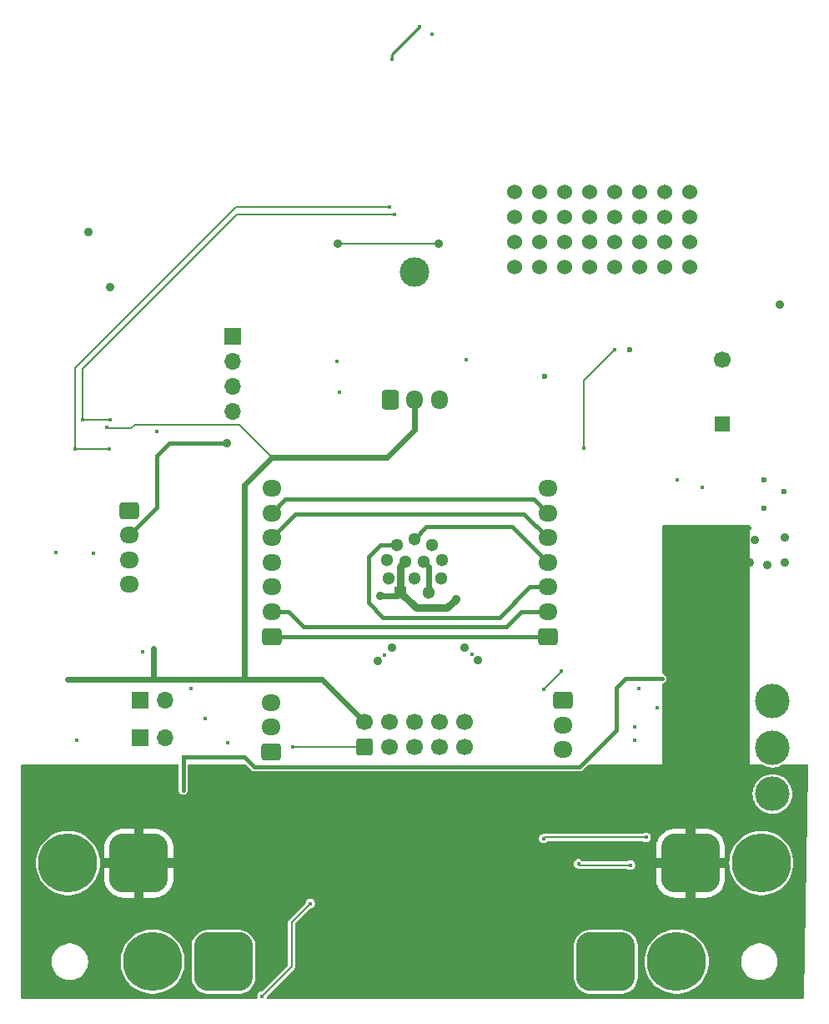
<source format=gbr>
%TF.GenerationSoftware,KiCad,Pcbnew,8.0.1*%
%TF.CreationDate,2024-07-04T14:23:12+02:00*%
%TF.ProjectId,Robuoy-Sub,526f6275-6f79-42d5-9375-622e6b696361,rev?*%
%TF.SameCoordinates,Original*%
%TF.FileFunction,Copper,L4,Bot*%
%TF.FilePolarity,Positive*%
%FSLAX46Y46*%
G04 Gerber Fmt 4.6, Leading zero omitted, Abs format (unit mm)*
G04 Created by KiCad (PCBNEW 8.0.1) date 2024-07-04 14:23:12*
%MOMM*%
%LPD*%
G01*
G04 APERTURE LIST*
G04 Aperture macros list*
%AMRoundRect*
0 Rectangle with rounded corners*
0 $1 Rounding radius*
0 $2 $3 $4 $5 $6 $7 $8 $9 X,Y pos of 4 corners*
0 Add a 4 corners polygon primitive as box body*
4,1,4,$2,$3,$4,$5,$6,$7,$8,$9,$2,$3,0*
0 Add four circle primitives for the rounded corners*
1,1,$1+$1,$2,$3*
1,1,$1+$1,$4,$5*
1,1,$1+$1,$6,$7*
1,1,$1+$1,$8,$9*
0 Add four rect primitives between the rounded corners*
20,1,$1+$1,$2,$3,$4,$5,0*
20,1,$1+$1,$4,$5,$6,$7,0*
20,1,$1+$1,$6,$7,$8,$9,0*
20,1,$1+$1,$8,$9,$2,$3,0*%
G04 Aperture macros list end*
%TA.AperFunction,ComponentPad*%
%ADD10RoundRect,1.500000X1.500000X1.500000X-1.500000X1.500000X-1.500000X-1.500000X1.500000X-1.500000X0*%
%TD*%
%TA.AperFunction,ComponentPad*%
%ADD11C,6.000000*%
%TD*%
%TA.AperFunction,ComponentPad*%
%ADD12RoundRect,0.250000X0.600000X-0.600000X0.600000X0.600000X-0.600000X0.600000X-0.600000X-0.600000X0*%
%TD*%
%TA.AperFunction,ComponentPad*%
%ADD13C,1.700000*%
%TD*%
%TA.AperFunction,ComponentPad*%
%ADD14RoundRect,0.250000X0.725000X-0.600000X0.725000X0.600000X-0.725000X0.600000X-0.725000X-0.600000X0*%
%TD*%
%TA.AperFunction,ComponentPad*%
%ADD15O,1.950000X1.700000*%
%TD*%
%TA.AperFunction,ComponentPad*%
%ADD16R,1.700000X1.700000*%
%TD*%
%TA.AperFunction,ComponentPad*%
%ADD17O,1.700000X1.700000*%
%TD*%
%TA.AperFunction,ComponentPad*%
%ADD18C,3.000000*%
%TD*%
%TA.AperFunction,ComponentPad*%
%ADD19R,1.300000X1.300000*%
%TD*%
%TA.AperFunction,ComponentPad*%
%ADD20C,1.300000*%
%TD*%
%TA.AperFunction,ComponentPad*%
%ADD21C,1.524000*%
%TD*%
%TA.AperFunction,ComponentPad*%
%ADD22RoundRect,1.500000X-1.500000X-1.500000X1.500000X-1.500000X1.500000X1.500000X-1.500000X1.500000X0*%
%TD*%
%TA.AperFunction,ComponentPad*%
%ADD23RoundRect,0.250000X-0.725000X0.600000X-0.725000X-0.600000X0.725000X-0.600000X0.725000X0.600000X0*%
%TD*%
%TA.AperFunction,ComponentPad*%
%ADD24C,3.500000*%
%TD*%
%TA.AperFunction,ComponentPad*%
%ADD25R,1.650000X1.650000*%
%TD*%
%TA.AperFunction,HeatsinkPad*%
%ADD26C,0.500000*%
%TD*%
%TA.AperFunction,HeatsinkPad*%
%ADD27R,3.200000X2.400000*%
%TD*%
%TA.AperFunction,ComponentPad*%
%ADD28RoundRect,0.250000X-0.600000X-0.725000X0.600000X-0.725000X0.600000X0.725000X-0.600000X0.725000X0*%
%TD*%
%TA.AperFunction,ComponentPad*%
%ADD29O,1.700000X1.950000*%
%TD*%
%TA.AperFunction,ViaPad*%
%ADD30C,0.450000*%
%TD*%
%TA.AperFunction,ViaPad*%
%ADD31C,0.900000*%
%TD*%
%TA.AperFunction,ViaPad*%
%ADD32C,0.600000*%
%TD*%
%TA.AperFunction,ViaPad*%
%ADD33C,0.800000*%
%TD*%
%TA.AperFunction,Conductor*%
%ADD34C,0.200000*%
%TD*%
%TA.AperFunction,Conductor*%
%ADD35C,0.600000*%
%TD*%
%TA.AperFunction,Conductor*%
%ADD36C,0.800000*%
%TD*%
%TA.AperFunction,Conductor*%
%ADD37C,0.250000*%
%TD*%
%TA.AperFunction,Conductor*%
%ADD38C,0.127000*%
%TD*%
%TA.AperFunction,Conductor*%
%ADD39C,0.400000*%
%TD*%
G04 APERTURE END LIST*
D10*
%TO.P,J206,1,Pin_1*%
%TO.N,Net-(D205-K)*%
X106410000Y-137890000D03*
D11*
%TO.P,J206,2,Pin_2*%
%TO.N,Vbatt*%
X99210000Y-137890000D03*
%TD*%
D12*
%TO.P,J101,1,Pin_1*%
%TO.N,EN*%
X120730000Y-116142500D03*
D13*
%TO.P,J101,2,Pin_2*%
%TO.N,+3.3V*%
X120730000Y-113602500D03*
%TO.P,J101,3,Pin_3*%
%TO.N,TX*%
X123270000Y-116142500D03*
%TO.P,J101,4,Pin_4*%
%TO.N,GND*%
X123270000Y-113602500D03*
%TO.P,J101,5,Pin_5*%
%TO.N,RX*%
X125810000Y-116142500D03*
%TO.P,J101,6,Pin_6*%
%TO.N,DR0*%
X125810000Y-113602500D03*
%TO.P,J101,7,Pin_7*%
%TO.N,MTMS*%
X128350000Y-116142500D03*
%TO.P,J101,8,Pin_8*%
%TO.N,MTCK*%
X128350000Y-113602500D03*
%TO.P,J101,9,Pin_9*%
%TO.N,MTDO*%
X130890000Y-116142500D03*
%TO.P,J101,10,Pin_10*%
%TO.N,MTDI*%
X130890000Y-113602500D03*
%TD*%
D14*
%TO.P,J104,1,Pin_1*%
%TO.N,Net-(J104-Pin_1)*%
X111210000Y-116590000D03*
D15*
%TO.P,J104,2,Pin_2*%
%TO.N,Net-(J104-Pin_2)*%
X111210000Y-114090000D03*
%TO.P,J104,3,Pin_3*%
%TO.N,Net-(J104-Pin_3)*%
X111210000Y-111590000D03*
%TD*%
D16*
%TO.P,SW102,1,1*%
%TO.N,GND*%
X97910000Y-115162000D03*
D17*
%TO.P,SW102,2,2*%
%TO.N,EN*%
X100450000Y-115162000D03*
%TD*%
D18*
%TO.P,TP206,1,1*%
%TO.N,GND*%
X125810000Y-67890000D03*
%TD*%
D19*
%TO.P,J204,1,Pin_1*%
%TO.N,GND*%
X124382000Y-100414000D03*
D20*
%TO.P,J204,2,Pin_2*%
%TO.N,Vbatt*%
X127238000Y-100414000D03*
%TO.P,J204,3,Pin_3*%
%TO.N,Net-(J202-Pin_7)*%
X128482000Y-99017000D03*
%TO.P,J204,4,Pin_4*%
%TO.N,Net-(J202-Pin_6)*%
X128614000Y-97152000D03*
%TO.P,J204,5,Pin_5*%
%TO.N,Net-(J202-Pin_5)*%
X127580000Y-95593000D03*
%TO.P,J204,6,Pin_6*%
%TO.N,Net-(J202-Pin_4)*%
X125810000Y-94990000D03*
%TO.P,J204,7,Pin_7*%
%TO.N,Net-(J202-Pin_3)*%
X124040000Y-95593000D03*
%TO.P,J204,8,Pin_8*%
%TO.N,Net-(J202-Pin_2)*%
X123006000Y-97152000D03*
%TO.P,J204,9,Pin_9*%
%TO.N,Net-(J202-Pin_1)*%
X123138000Y-99017000D03*
%TO.P,J204,10,Pin_10*%
%TO.N,+VSW*%
X125810000Y-98990000D03*
%TO.P,J204,11,Pin_11*%
%TO.N,Vbatt*%
X126763000Y-97340000D03*
%TO.P,J204,12,Pin_12*%
%TO.N,GND*%
X124857000Y-97340000D03*
%TD*%
D16*
%TO.P,J103,1,Pin_1*%
%TO.N,Net-(J103-Pin_1)*%
X107335000Y-74490000D03*
D17*
%TO.P,J103,2,Pin_2*%
%TO.N,Net-(J103-Pin_2)*%
X107335000Y-77030000D03*
%TO.P,J103,3,Pin_3*%
%TO.N,/CPU/Vext*%
X107335000Y-79570000D03*
%TO.P,J103,4,Pin_4*%
%TO.N,GND*%
X107335000Y-82110000D03*
%TD*%
D14*
%TO.P,J202,1,Pin_1*%
%TO.N,Net-(J202-Pin_1)*%
X111310000Y-104890000D03*
D15*
%TO.P,J202,2,Pin_2*%
%TO.N,Net-(J202-Pin_2)*%
X111310000Y-102390000D03*
%TO.P,J202,3,Pin_3*%
%TO.N,Net-(J202-Pin_3)*%
X111310000Y-99890000D03*
%TO.P,J202,4,Pin_4*%
%TO.N,Net-(J202-Pin_4)*%
X111310000Y-97390000D03*
%TO.P,J202,5,Pin_5*%
%TO.N,Net-(J202-Pin_5)*%
X111310000Y-94890000D03*
%TO.P,J202,6,Pin_6*%
%TO.N,Net-(J202-Pin_6)*%
X111310000Y-92390000D03*
%TO.P,J202,7,Pin_7*%
%TO.N,Net-(J202-Pin_7)*%
X111310000Y-89890000D03*
%TD*%
D21*
%TO.P,TP301,1,1*%
%TO.N,unconnected-(TP301-Pad1)*%
X135970000Y-59790000D03*
%TO.P,TP301,2*%
%TO.N,N/C*%
X138510000Y-59790000D03*
%TO.P,TP301,3*%
X141050000Y-59790000D03*
%TO.P,TP301,4*%
X143590000Y-59790000D03*
%TO.P,TP301,5*%
X135970000Y-62330000D03*
%TO.P,TP301,6*%
X138510000Y-62330000D03*
%TO.P,TP301,7*%
X141050000Y-62330000D03*
%TO.P,TP301,8*%
X143590000Y-62330000D03*
%TO.P,TP301,9*%
X135970000Y-64870000D03*
%TO.P,TP301,10*%
X138510000Y-64870000D03*
%TO.P,TP301,11*%
X141050000Y-64870000D03*
%TO.P,TP301,12*%
X143590000Y-64870000D03*
%TO.P,TP301,13*%
X135970000Y-67410000D03*
%TO.P,TP301,14*%
X138510000Y-67410000D03*
%TO.P,TP301,15*%
X141050000Y-67410000D03*
%TO.P,TP301,16*%
X143590000Y-67410000D03*
%TD*%
D22*
%TO.P,J205,1,Pin_1*%
%TO.N,GND*%
X153810000Y-127890000D03*
D11*
%TO.P,J205,2,Pin_2*%
%TO.N,Vbatt*%
X161010000Y-127890000D03*
%TD*%
D23*
%TO.P,J105,1,Pin_1*%
%TO.N,Net-(J105-Pin_1)*%
X140835000Y-111390000D03*
D15*
%TO.P,J105,2,Pin_2*%
%TO.N,Net-(J105-Pin_2)*%
X140835000Y-113890000D03*
%TO.P,J105,3,Pin_3*%
%TO.N,Net-(J105-Pin_3)*%
X140835000Y-116390000D03*
%TD*%
D24*
%TO.P,SW201,1*%
%TO.N,Vbatt*%
X162132000Y-120878000D03*
%TO.P,SW201,2*%
%TO.N,+VSW*%
X162132000Y-116178000D03*
%TO.P,SW201,3*%
%TO.N,unconnected-(SW201-Pad3)*%
X162132000Y-111478000D03*
%TD*%
D14*
%TO.P,J203,1,Pin_1*%
%TO.N,Net-(J202-Pin_1)*%
X139310000Y-104890000D03*
D15*
%TO.P,J203,2,Pin_2*%
%TO.N,Net-(J202-Pin_2)*%
X139310000Y-102390000D03*
%TO.P,J203,3,Pin_3*%
%TO.N,Net-(J202-Pin_3)*%
X139310000Y-99890000D03*
%TO.P,J203,4,Pin_4*%
%TO.N,Net-(J202-Pin_4)*%
X139310000Y-97390000D03*
%TO.P,J203,5,Pin_5*%
%TO.N,Net-(J202-Pin_5)*%
X139310000Y-94890000D03*
%TO.P,J203,6,Pin_6*%
%TO.N,Net-(J202-Pin_6)*%
X139310000Y-92390000D03*
%TO.P,J203,7,Pin_7*%
%TO.N,Net-(J202-Pin_7)*%
X139310000Y-89890000D03*
%TD*%
D10*
%TO.P,J201,1,Pin_1*%
%TO.N,GND*%
X97810000Y-127890000D03*
D11*
%TO.P,J201,2,Pin_2*%
%TO.N,Vbatt*%
X90610000Y-127890000D03*
%TD*%
D23*
%TO.P,J106,1,Pin_1*%
%TO.N,GND*%
X96810000Y-92128000D03*
D15*
%TO.P,J106,2,Pin_2*%
%TO.N,+5V*%
X96810000Y-94628000D03*
%TO.P,J106,3,Pin_3*%
%TO.N,/CPU/SCL*%
X96810000Y-97128000D03*
%TO.P,J106,4,Pin_4*%
%TO.N,/CPU/SDA*%
X96810000Y-99628000D03*
%TD*%
D25*
%TO.P,BZ101,1,+*%
%TO.N,+5V*%
X157036000Y-83360000D03*
D13*
%TO.P,BZ101,2,-*%
%TO.N,Net-(BZ101--)*%
X157036000Y-76860000D03*
%TD*%
D26*
%TO.P,U201,9,PAD*%
%TO.N,GND*%
X155608000Y-103706000D03*
X154258000Y-103706000D03*
X152908000Y-103706000D03*
D27*
X154258000Y-104656000D03*
D26*
X155608000Y-105606000D03*
X154258000Y-105606000D03*
X152908000Y-105606000D03*
%TD*%
D21*
%TO.P,TP302,1,1*%
%TO.N,unconnected-(TP302-Pad1)*%
X146130000Y-59790000D03*
%TO.P,TP302,2*%
%TO.N,N/C*%
X148670000Y-59790000D03*
%TO.P,TP302,3*%
X151210000Y-59790000D03*
%TO.P,TP302,4*%
X153750000Y-59790000D03*
%TO.P,TP302,5*%
X146130000Y-62330000D03*
%TO.P,TP302,6*%
X148670000Y-62330000D03*
%TO.P,TP302,7*%
X151210000Y-62330000D03*
%TO.P,TP302,8*%
X153750000Y-62330000D03*
%TO.P,TP302,9*%
X146130000Y-64870000D03*
%TO.P,TP302,10*%
X148670000Y-64870000D03*
%TO.P,TP302,11*%
X151210000Y-64870000D03*
%TO.P,TP302,12*%
X153750000Y-64870000D03*
%TO.P,TP302,13*%
X146130000Y-67410000D03*
%TO.P,TP302,14*%
X148670000Y-67410000D03*
%TO.P,TP302,15*%
X151210000Y-67410000D03*
%TO.P,TP302,16*%
X153750000Y-67410000D03*
%TD*%
D22*
%TO.P,J207,1,Pin_1*%
%TO.N,Net-(D206-K)*%
X145210000Y-137890000D03*
D11*
%TO.P,J207,2,Pin_2*%
%TO.N,Vbatt*%
X152410000Y-137890000D03*
%TD*%
D28*
%TO.P,J102,1,Pin_1*%
%TO.N,Net-(J102-Pin_1)*%
X123310000Y-80872000D03*
D29*
%TO.P,J102,2,Pin_2*%
%TO.N,+3.3V*%
X125810000Y-80872000D03*
%TO.P,J102,3,Pin_3*%
%TO.N,Net-(J102-Pin_3)*%
X128310000Y-80872000D03*
%TD*%
D16*
%TO.P,SW101,1,1*%
%TO.N,GND*%
X97910000Y-111334000D03*
D17*
%TO.P,SW101,2,2*%
%TO.N,DR0*%
X100450000Y-111334000D03*
%TD*%
D30*
%TO.N,+3.3V*%
X94568000Y-83666000D03*
X99310000Y-106090000D03*
D31*
X161624000Y-97636000D03*
D30*
X90610000Y-109230000D03*
X114790002Y-109230000D03*
%TO.N,GND*%
X147810000Y-119690000D03*
X138285000Y-119115000D03*
X164560000Y-140890000D03*
D32*
X154010000Y-96890000D03*
D30*
X127588000Y-43788000D03*
X111659999Y-127990630D03*
D32*
X156110000Y-119890000D03*
D31*
X160354000Y-95096000D03*
X163402000Y-97382000D03*
D30*
X118210000Y-80090000D03*
D31*
X92710000Y-63890000D03*
X149560000Y-130640000D03*
D30*
X140510000Y-131190000D03*
X138002000Y-124560000D03*
X142210000Y-119890000D03*
D32*
X151510000Y-117490000D03*
X151510000Y-115190000D03*
X161310000Y-88990000D03*
D30*
X156810000Y-96390000D03*
X152060000Y-104640000D03*
D32*
X163310000Y-90190000D03*
D31*
X140542000Y-128878000D03*
X130010000Y-101090000D03*
D32*
X154410000Y-97490000D03*
D31*
X140910000Y-132290000D03*
D30*
X148610000Y-110190000D03*
D31*
X118610000Y-141190000D03*
X124310000Y-131490000D03*
D30*
X93210000Y-96490000D03*
D31*
X115510000Y-141190000D03*
D32*
X151510000Y-119690000D03*
X139010000Y-78490000D03*
D31*
X141010000Y-138290000D03*
D30*
X153510000Y-99090000D03*
X106810000Y-115690000D03*
D31*
X122311041Y-100788959D03*
D30*
X86810000Y-120140000D03*
D31*
X111150000Y-130450000D03*
D30*
X155510000Y-112190000D03*
D31*
X113560000Y-139640000D03*
X162893997Y-71220003D03*
D32*
X161310000Y-91890000D03*
D30*
X126318000Y-43026000D03*
X89410000Y-96390000D03*
X148110000Y-115390000D03*
X91520000Y-115416000D03*
D32*
X147610000Y-75790000D03*
D30*
X152480000Y-89000000D03*
D31*
X149560000Y-126890000D03*
D30*
X156560000Y-104640000D03*
D31*
X142320000Y-133704000D03*
D30*
X159810000Y-93890000D03*
D31*
X140510000Y-127690000D03*
D30*
X149310000Y-134390000D03*
X98212322Y-106432223D03*
D31*
X124310000Y-136190000D03*
D30*
X117910000Y-76990000D03*
X122310000Y-128640000D03*
D31*
X149686000Y-128390000D03*
D33*
X102560000Y-128890000D03*
D30*
X159310000Y-106640000D03*
X148110000Y-114090000D03*
D31*
X129010000Y-131490000D03*
X140310000Y-130190000D03*
D30*
X104510000Y-113190000D03*
X99610000Y-84100000D03*
D31*
X126710000Y-133790000D03*
D30*
X143110000Y-119990000D03*
X111810000Y-129590000D03*
X93210000Y-118210000D03*
D31*
X129010000Y-136190000D03*
D30*
X111710000Y-125990000D03*
X163810000Y-118640000D03*
X86810000Y-140640000D03*
X140110000Y-140590000D03*
X157060000Y-113140000D03*
D31*
X132871200Y-141171600D03*
X163402000Y-94842000D03*
D30*
X158810000Y-114890000D03*
X111810000Y-131190000D03*
D33*
X102310000Y-132390000D03*
D30*
X150410000Y-112090000D03*
X123524000Y-46328000D03*
X131310000Y-128390000D03*
D31*
X111210000Y-126950000D03*
X94910000Y-69490000D03*
D30*
X111220000Y-124530000D03*
X131560000Y-140390000D03*
X163810000Y-124390000D03*
X131010000Y-76790000D03*
X158560000Y-108640000D03*
X159310000Y-102890000D03*
X155020000Y-89762000D03*
X103110000Y-110190000D03*
D31*
X159846000Y-97382000D03*
X131510000Y-125190000D03*
D30*
X121560000Y-140140000D03*
D31*
%TO.N,+5V*%
X106710000Y-85290000D03*
D30*
X102310000Y-117090000D03*
X102310000Y-120470000D03*
X150910000Y-109190000D03*
X146310000Y-111965000D03*
%TO.N,EN*%
X113410000Y-116090012D03*
D31*
%TO.N,Vbatt*%
X132210000Y-107290000D03*
X122110000Y-107390000D03*
D30*
X131610000Y-106690000D03*
D31*
X123510000Y-105990000D03*
D30*
X122710000Y-106790000D03*
D31*
X130910000Y-105990000D03*
D30*
%TO.N,LEDS*%
X115210000Y-131990000D03*
X110310000Y-141390000D03*
D31*
%TO.N,Net-(D104-DOUT)*%
X118010000Y-65090000D03*
X128210000Y-65090000D03*
D30*
%TO.N,/CPU/SCL*%
X94810000Y-85890000D03*
X91310010Y-85890000D03*
X123270000Y-61314000D03*
%TO.N,/CPU/SDA*%
X123778000Y-62076000D03*
X94899430Y-82879430D03*
X92110000Y-82890000D03*
%TO.N,Net-(Q202-G)*%
X142439724Y-127960276D03*
X147710000Y-128090000D03*
%TO.N,BUZZER*%
X143010000Y-85790000D03*
X146110000Y-75842800D03*
X140700002Y-108430000D03*
X138910000Y-110290000D03*
%TO.N,/CPU/Vsamp*%
X149310000Y-125290000D03*
X138910000Y-125390000D03*
%TD*%
D34*
%TO.N,+3.3V*%
X108010000Y-83390000D02*
X111310000Y-86690000D01*
X105680000Y-83390000D02*
X108010000Y-83390000D01*
X97410000Y-83390000D02*
X105680000Y-83390000D01*
X97010000Y-83790000D02*
X97410000Y-83390000D01*
X94692000Y-83790000D02*
X97010000Y-83790000D01*
X94568000Y-83666000D02*
X94692000Y-83790000D01*
D35*
X108510000Y-89490000D02*
X108510000Y-105290000D01*
X125810000Y-83890000D02*
X123010000Y-86690000D01*
X108510000Y-105290000D02*
X108510000Y-109230000D01*
X108510000Y-109230000D02*
X100050000Y-109230000D01*
X120730000Y-113602500D02*
X116357500Y-109230000D01*
X108510000Y-109230000D02*
X114790002Y-109230000D01*
X116357500Y-109230000D02*
X114790002Y-109230000D01*
X111310000Y-86690000D02*
X108510000Y-89490000D01*
X125810000Y-80872000D02*
X125810000Y-83890000D01*
X99970000Y-109230000D02*
X90610000Y-109230000D01*
X123010000Y-86690000D02*
X111310000Y-86690000D01*
X99310000Y-109190000D02*
X99310000Y-106090000D01*
D36*
%TO.N,GND*%
X124382000Y-100414000D02*
X125958000Y-101990000D01*
X124857000Y-97340000D02*
X124388000Y-97809000D01*
D37*
X123524000Y-45820000D02*
X123524000Y-46328000D01*
D35*
X122312082Y-100790000D02*
X122311041Y-100788959D01*
D36*
X124388000Y-100408000D02*
X124382000Y-100414000D01*
X125958000Y-101990000D02*
X129110000Y-101990000D01*
D35*
X124006000Y-100790000D02*
X122312082Y-100790000D01*
X124382000Y-100414000D02*
X124006000Y-100790000D01*
D36*
X129110000Y-101990000D02*
X130010000Y-101090000D01*
D37*
X126318000Y-43026000D02*
X123524000Y-45820000D01*
D38*
X124857000Y-97340000D02*
X124495115Y-97340000D01*
D36*
X124388000Y-97809000D02*
X124388000Y-100408000D01*
D39*
%TO.N,+5V*%
X99610000Y-86590000D02*
X99610000Y-91828000D01*
X146310000Y-110113280D02*
X146310000Y-111965000D01*
X147233280Y-109190000D02*
X146310000Y-110113280D01*
X99610000Y-91828000D02*
X96810000Y-94628000D01*
X102310000Y-117090000D02*
X108510000Y-117090000D01*
X100910000Y-85290000D02*
X99610000Y-86590000D01*
X109560000Y-118140000D02*
X142560000Y-118140000D01*
X106710000Y-85290000D02*
X100910000Y-85290000D01*
X108510000Y-117090000D02*
X109560000Y-118140000D01*
X150910000Y-109190000D02*
X147233280Y-109190000D01*
X142560000Y-118140000D02*
X146310000Y-114390000D01*
X146310000Y-114390000D02*
X146310000Y-111965000D01*
X102310000Y-117090000D02*
X102310000Y-120470000D01*
D34*
%TO.N,EN*%
X113462488Y-116142500D02*
X113410000Y-116090012D01*
X120730000Y-116142500D02*
X113462488Y-116142500D01*
D35*
%TO.N,Vbatt*%
X127238000Y-97815000D02*
X127238000Y-100414000D01*
X126763000Y-97340000D02*
X127238000Y-97815000D01*
D34*
%TO.N,LEDS*%
X113310000Y-138390000D02*
X113310000Y-133890000D01*
X110310000Y-141390000D02*
X113310000Y-138390000D01*
X113310000Y-133890000D02*
X115210000Y-131990000D01*
%TO.N,Net-(D104-DOUT)*%
X118010000Y-65090000D02*
X128210000Y-65090000D01*
%TO.N,/CPU/SCL*%
X91310000Y-77690000D02*
X91310000Y-85889990D01*
X91310000Y-85889990D02*
X91310010Y-85890000D01*
X94810000Y-85890000D02*
X91310010Y-85890000D01*
X123270000Y-61314000D02*
X107686000Y-61314000D01*
X107686000Y-61314000D02*
X91310000Y-77690000D01*
%TO.N,/CPU/SDA*%
X92110000Y-82890000D02*
X94888860Y-82890000D01*
X94888860Y-82890000D02*
X94899430Y-82879430D01*
X123778000Y-62076000D02*
X107776000Y-62076000D01*
X92110000Y-77742000D02*
X92110000Y-82890000D01*
X107776000Y-62076000D02*
X92110000Y-77742000D01*
%TO.N,Net-(Q202-G)*%
X142569448Y-128090000D02*
X142439724Y-127960276D01*
X147710000Y-128090000D02*
X142569448Y-128090000D01*
D39*
%TO.N,Net-(J202-Pin_5)*%
X136910000Y-92490000D02*
X139310000Y-94890000D01*
X111310000Y-94890000D02*
X113710000Y-92490000D01*
X113710000Y-92490000D02*
X136910000Y-92490000D01*
%TO.N,Net-(J202-Pin_3)*%
X121110000Y-101490000D02*
X122610000Y-102990000D01*
X137510000Y-99890000D02*
X139310000Y-99890000D01*
X121110000Y-96790000D02*
X121110000Y-101490000D01*
X124040000Y-95593000D02*
X122307000Y-95593000D01*
X134410000Y-102990000D02*
X137510000Y-99890000D01*
X122307000Y-95593000D02*
X121110000Y-96790000D01*
X122610000Y-102990000D02*
X134410000Y-102990000D01*
%TO.N,Net-(J202-Pin_2)*%
X111310000Y-102390000D02*
X113010000Y-102390000D01*
X136610000Y-102390000D02*
X139310000Y-102390000D01*
X135110000Y-103890000D02*
X136610000Y-102390000D01*
X113010000Y-102390000D02*
X114510000Y-103890000D01*
X114510000Y-103890000D02*
X135110000Y-103890000D01*
%TO.N,Net-(J202-Pin_1)*%
X111310000Y-104890000D02*
X139310000Y-104890000D01*
%TO.N,Net-(J202-Pin_6)*%
X137910000Y-90990000D02*
X112710000Y-90990000D01*
X112710000Y-90990000D02*
X111310000Y-92390000D01*
X139310000Y-92390000D02*
X137910000Y-90990000D01*
%TO.N,Net-(J202-Pin_4)*%
X135710000Y-93790000D02*
X139310000Y-97390000D01*
X127010000Y-93790000D02*
X125810000Y-94990000D01*
X135710000Y-93790000D02*
X127010000Y-93790000D01*
D34*
%TO.N,BUZZER*%
X143010000Y-78942800D02*
X146110000Y-75842800D01*
X143010000Y-85790000D02*
X143010000Y-78942800D01*
X138910000Y-110290000D02*
X140700002Y-108499998D01*
X140700002Y-108499998D02*
X140700002Y-108430000D01*
%TO.N,/CPU/Vsamp*%
X139010000Y-125290000D02*
X149310000Y-125290000D01*
X138910000Y-125390000D02*
X139010000Y-125290000D01*
%TD*%
%TA.AperFunction,Conductor*%
%TO.N,GND*%
G36*
X101802539Y-117909685D02*
G01*
X101848294Y-117962489D01*
X101859500Y-118014000D01*
X101859500Y-120284841D01*
X101850578Y-120325856D01*
X101851568Y-120326147D01*
X101849068Y-120334658D01*
X101829610Y-120470000D01*
X101849068Y-120605337D01*
X101849070Y-120605345D01*
X101905867Y-120729714D01*
X101905872Y-120729721D01*
X101995409Y-120833053D01*
X101995413Y-120833057D01*
X102055979Y-120871979D01*
X102110439Y-120906978D01*
X102176036Y-120926239D01*
X102241632Y-120945500D01*
X102241633Y-120945500D01*
X102378367Y-120945500D01*
X102509561Y-120906978D01*
X102554651Y-120878001D01*
X160126390Y-120878001D01*
X160146804Y-121163433D01*
X160207628Y-121443037D01*
X160307635Y-121711166D01*
X160444770Y-121962309D01*
X160444775Y-121962317D01*
X160616254Y-122191387D01*
X160616270Y-122191405D01*
X160818594Y-122393729D01*
X160818612Y-122393745D01*
X161047682Y-122565224D01*
X161047690Y-122565229D01*
X161298833Y-122702364D01*
X161298832Y-122702364D01*
X161298836Y-122702365D01*
X161298839Y-122702367D01*
X161566954Y-122802369D01*
X161566960Y-122802370D01*
X161566962Y-122802371D01*
X161846566Y-122863195D01*
X161846568Y-122863195D01*
X161846572Y-122863196D01*
X162100220Y-122881337D01*
X162131999Y-122883610D01*
X162132000Y-122883610D01*
X162132001Y-122883610D01*
X162160595Y-122881564D01*
X162417428Y-122863196D01*
X162697046Y-122802369D01*
X162965161Y-122702367D01*
X163216315Y-122565226D01*
X163445395Y-122393739D01*
X163647739Y-122191395D01*
X163819226Y-121962315D01*
X163956367Y-121711161D01*
X164056369Y-121443046D01*
X164117196Y-121163428D01*
X164137610Y-120878000D01*
X164117196Y-120592572D01*
X164061090Y-120334658D01*
X164056371Y-120312962D01*
X164056370Y-120312960D01*
X164056369Y-120312954D01*
X163956367Y-120044839D01*
X163819226Y-119793685D01*
X163819224Y-119793682D01*
X163647745Y-119564612D01*
X163647729Y-119564594D01*
X163445405Y-119362270D01*
X163445387Y-119362254D01*
X163216317Y-119190775D01*
X163216309Y-119190770D01*
X162965166Y-119053635D01*
X162965167Y-119053635D01*
X162857915Y-119013632D01*
X162697046Y-118953631D01*
X162697043Y-118953630D01*
X162697037Y-118953628D01*
X162417433Y-118892804D01*
X162132001Y-118872390D01*
X162131999Y-118872390D01*
X161846566Y-118892804D01*
X161566962Y-118953628D01*
X161298833Y-119053635D01*
X161047690Y-119190770D01*
X161047682Y-119190775D01*
X160818612Y-119362254D01*
X160818594Y-119362270D01*
X160616270Y-119564594D01*
X160616254Y-119564612D01*
X160444775Y-119793682D01*
X160444770Y-119793690D01*
X160307635Y-120044833D01*
X160207628Y-120312962D01*
X160146804Y-120592566D01*
X160126390Y-120877998D01*
X160126390Y-120878001D01*
X102554651Y-120878001D01*
X102624589Y-120833055D01*
X102714130Y-120729718D01*
X102770931Y-120605342D01*
X102790390Y-120470000D01*
X102770931Y-120334658D01*
X102768432Y-120326147D01*
X102769421Y-120325856D01*
X102760500Y-120284841D01*
X102760500Y-118014000D01*
X102780185Y-117946961D01*
X102832989Y-117901206D01*
X102884500Y-117890000D01*
X108621535Y-117890000D01*
X108688574Y-117909685D01*
X108709216Y-117926319D01*
X109283386Y-118500489D01*
X109386113Y-118559799D01*
X109410321Y-118566284D01*
X109410324Y-118566286D01*
X109410325Y-118566286D01*
X109440447Y-118574357D01*
X109500691Y-118590500D01*
X109500693Y-118590500D01*
X142619308Y-118590500D01*
X142619309Y-118590500D01*
X142709673Y-118566286D01*
X142733887Y-118559799D01*
X142836614Y-118500489D01*
X143410784Y-117926318D01*
X143472107Y-117892834D01*
X143498465Y-117890000D01*
X150956000Y-117890000D01*
X159846000Y-117890000D01*
X161061406Y-117890000D01*
X161120833Y-117905168D01*
X161298833Y-118002364D01*
X161298832Y-118002364D01*
X161298836Y-118002365D01*
X161298839Y-118002367D01*
X161566954Y-118102369D01*
X161566960Y-118102370D01*
X161566962Y-118102371D01*
X161846566Y-118163195D01*
X161846568Y-118163195D01*
X161846572Y-118163196D01*
X162100220Y-118181337D01*
X162131999Y-118183610D01*
X162132000Y-118183610D01*
X162132001Y-118183610D01*
X162160595Y-118181564D01*
X162417428Y-118163196D01*
X162697046Y-118102369D01*
X162965161Y-118002367D01*
X163143167Y-117905168D01*
X163202594Y-117890000D01*
X165675500Y-117890000D01*
X165742539Y-117909685D01*
X165788294Y-117962489D01*
X165799500Y-118014000D01*
X165799500Y-118387422D01*
X165799472Y-118390032D01*
X165314028Y-141448711D01*
X165312556Y-141518610D01*
X165291464Y-141585220D01*
X165237709Y-141629854D01*
X165188583Y-141640000D01*
X110897549Y-141640000D01*
X110830510Y-141620315D01*
X110784755Y-141567511D01*
X110774811Y-141498355D01*
X110774811Y-141498353D01*
X110781948Y-141448709D01*
X110810972Y-141385155D01*
X110816991Y-141378689D01*
X112718292Y-139477389D01*
X141959500Y-139477389D01*
X141965630Y-139586541D01*
X141965631Y-139586554D01*
X142014403Y-139844322D01*
X142014404Y-139844327D01*
X142014405Y-139844332D01*
X142014406Y-139844333D01*
X142101059Y-140091974D01*
X142223654Y-140323933D01*
X142379450Y-140535031D01*
X142564969Y-140720550D01*
X142776067Y-140876346D01*
X143008026Y-140998941D01*
X143255667Y-141085594D01*
X143255671Y-141085594D01*
X143255672Y-141085595D01*
X143255677Y-141085596D01*
X143513445Y-141134368D01*
X143513447Y-141134368D01*
X143513457Y-141134370D01*
X143622608Y-141140500D01*
X143622625Y-141140500D01*
X146797375Y-141140500D01*
X146797392Y-141140500D01*
X146906543Y-141134370D01*
X147164333Y-141085594D01*
X147411974Y-140998941D01*
X147643933Y-140876346D01*
X147855031Y-140720550D01*
X148040550Y-140535031D01*
X148196346Y-140323933D01*
X148318941Y-140091974D01*
X148405594Y-139844333D01*
X148454370Y-139586543D01*
X148460500Y-139477392D01*
X148460500Y-137890002D01*
X149154726Y-137890002D01*
X149173808Y-138241954D01*
X149230833Y-138589793D01*
X149230834Y-138589796D01*
X149325126Y-138929408D01*
X149325127Y-138929410D01*
X149455588Y-139256844D01*
X149455597Y-139256862D01*
X149620695Y-139568269D01*
X149818498Y-139860006D01*
X149818505Y-139860016D01*
X150015533Y-140091974D01*
X150046686Y-140128650D01*
X150302580Y-140371046D01*
X150583182Y-140584354D01*
X150885202Y-140766074D01*
X150885206Y-140766075D01*
X150885210Y-140766078D01*
X151205088Y-140914070D01*
X151205092Y-140914070D01*
X151205099Y-140914074D01*
X151539122Y-141026619D01*
X151883355Y-141102391D01*
X152233763Y-141140500D01*
X152233769Y-141140500D01*
X152586231Y-141140500D01*
X152586237Y-141140500D01*
X152936645Y-141102391D01*
X153280878Y-141026619D01*
X153614901Y-140914074D01*
X153614908Y-140914070D01*
X153614911Y-140914070D01*
X153934789Y-140766078D01*
X153934798Y-140766074D01*
X154236818Y-140584354D01*
X154517420Y-140371046D01*
X154773314Y-140128650D01*
X155001501Y-139860008D01*
X155199305Y-139568269D01*
X155364407Y-139256854D01*
X155494871Y-138929414D01*
X155497404Y-138920293D01*
X155523180Y-138827453D01*
X155589168Y-138589788D01*
X155646191Y-138241957D01*
X155658698Y-138011288D01*
X158959500Y-138011288D01*
X158989867Y-138241957D01*
X158991162Y-138251789D01*
X159022554Y-138368944D01*
X159053947Y-138486104D01*
X159103284Y-138605213D01*
X159146776Y-138710212D01*
X159268064Y-138920289D01*
X159268066Y-138920292D01*
X159268067Y-138920293D01*
X159415733Y-139112736D01*
X159415739Y-139112743D01*
X159587256Y-139284260D01*
X159587262Y-139284265D01*
X159779711Y-139431936D01*
X159989788Y-139553224D01*
X160213900Y-139646054D01*
X160448211Y-139708838D01*
X160628586Y-139732584D01*
X160688711Y-139740500D01*
X160688712Y-139740500D01*
X160931289Y-139740500D01*
X160979388Y-139734167D01*
X161171789Y-139708838D01*
X161406100Y-139646054D01*
X161630212Y-139553224D01*
X161840289Y-139431936D01*
X162032738Y-139284265D01*
X162204265Y-139112738D01*
X162351936Y-138920289D01*
X162473224Y-138710212D01*
X162566054Y-138486100D01*
X162628838Y-138251789D01*
X162660500Y-138011288D01*
X162660500Y-137768712D01*
X162628838Y-137528211D01*
X162566054Y-137293900D01*
X162473224Y-137069788D01*
X162351936Y-136859711D01*
X162204265Y-136667262D01*
X162204260Y-136667256D01*
X162032743Y-136495739D01*
X162032736Y-136495733D01*
X161840293Y-136348067D01*
X161840292Y-136348066D01*
X161840289Y-136348064D01*
X161630212Y-136226776D01*
X161630205Y-136226773D01*
X161406104Y-136133947D01*
X161171785Y-136071161D01*
X160931289Y-136039500D01*
X160931288Y-136039500D01*
X160688712Y-136039500D01*
X160688711Y-136039500D01*
X160448214Y-136071161D01*
X160213895Y-136133947D01*
X159989794Y-136226773D01*
X159989785Y-136226777D01*
X159779706Y-136348067D01*
X159587263Y-136495733D01*
X159587256Y-136495739D01*
X159415739Y-136667256D01*
X159415733Y-136667263D01*
X159268067Y-136859706D01*
X159146777Y-137069785D01*
X159146773Y-137069794D01*
X159053947Y-137293895D01*
X158991161Y-137528214D01*
X158959500Y-137768711D01*
X158959500Y-138011288D01*
X155658698Y-138011288D01*
X155665274Y-137890000D01*
X155646191Y-137538043D01*
X155589168Y-137190212D01*
X155497405Y-136859711D01*
X155494873Y-136850591D01*
X155494872Y-136850589D01*
X155364411Y-136523155D01*
X155364402Y-136523137D01*
X155199305Y-136211731D01*
X155001501Y-135919992D01*
X155001497Y-135919987D01*
X155001494Y-135919983D01*
X154773314Y-135651350D01*
X154517420Y-135408954D01*
X154517413Y-135408948D01*
X154517410Y-135408946D01*
X154236815Y-135195644D01*
X153934802Y-135013928D01*
X153934789Y-135013921D01*
X153614911Y-134865929D01*
X153614906Y-134865928D01*
X153614903Y-134865927D01*
X153614901Y-134865926D01*
X153508432Y-134830052D01*
X153280880Y-134753381D01*
X152936643Y-134677608D01*
X152586238Y-134639500D01*
X152586237Y-134639500D01*
X152233763Y-134639500D01*
X152233761Y-134639500D01*
X151883356Y-134677608D01*
X151539119Y-134753381D01*
X151205093Y-134865928D01*
X151205088Y-134865929D01*
X150885210Y-135013921D01*
X150885197Y-135013928D01*
X150583184Y-135195644D01*
X150302589Y-135408946D01*
X150302580Y-135408954D01*
X150046685Y-135651350D01*
X149818505Y-135919983D01*
X149818498Y-135919993D01*
X149620695Y-136211730D01*
X149455597Y-136523137D01*
X149455588Y-136523155D01*
X149325127Y-136850589D01*
X149325126Y-136850591D01*
X149230834Y-137190203D01*
X149230833Y-137190206D01*
X149173808Y-137538045D01*
X149154726Y-137889997D01*
X149154726Y-137890002D01*
X148460500Y-137890002D01*
X148460500Y-136302608D01*
X148454370Y-136193457D01*
X148405594Y-135935667D01*
X148318941Y-135688026D01*
X148196346Y-135456067D01*
X148040550Y-135244969D01*
X147855031Y-135059450D01*
X147643933Y-134903654D01*
X147643929Y-134903652D01*
X147643928Y-134903651D01*
X147411978Y-134781061D01*
X147411977Y-134781060D01*
X147411974Y-134781059D01*
X147164333Y-134694406D01*
X147164332Y-134694405D01*
X147164327Y-134694404D01*
X147164322Y-134694403D01*
X146906554Y-134645631D01*
X146906544Y-134645630D01*
X146906543Y-134645630D01*
X146797392Y-134639500D01*
X143622608Y-134639500D01*
X143513457Y-134645630D01*
X143513456Y-134645630D01*
X143513445Y-134645631D01*
X143255677Y-134694403D01*
X143255672Y-134694404D01*
X143131846Y-134737732D01*
X143008026Y-134781059D01*
X143008024Y-134781059D01*
X143008021Y-134781061D01*
X142776071Y-134903651D01*
X142564968Y-135059450D01*
X142379450Y-135244968D01*
X142223651Y-135456071D01*
X142101061Y-135688021D01*
X142014404Y-135935672D01*
X142014403Y-135935677D01*
X141965631Y-136193445D01*
X141965630Y-136193458D01*
X141959500Y-136302610D01*
X141959500Y-139477389D01*
X112718292Y-139477389D01*
X113590470Y-138605212D01*
X113636614Y-138525288D01*
X113660500Y-138436143D01*
X113660500Y-138343856D01*
X113660500Y-134086544D01*
X113680185Y-134019505D01*
X113696819Y-133998863D01*
X115193863Y-132501819D01*
X115255186Y-132468334D01*
X115269593Y-132466784D01*
X115269590Y-132466762D01*
X115278367Y-132465500D01*
X115409561Y-132426978D01*
X115524589Y-132353055D01*
X115614130Y-132249718D01*
X115670931Y-132125342D01*
X115690390Y-131990000D01*
X115670931Y-131854658D01*
X115658677Y-131827827D01*
X115614132Y-131730285D01*
X115614127Y-131730278D01*
X115524590Y-131626946D01*
X115524586Y-131626942D01*
X115409559Y-131553021D01*
X115278368Y-131514500D01*
X115278367Y-131514500D01*
X115141633Y-131514500D01*
X115141632Y-131514500D01*
X115010440Y-131553021D01*
X114895413Y-131626942D01*
X114895409Y-131626946D01*
X114805872Y-131730278D01*
X114805869Y-131730283D01*
X114749069Y-131854656D01*
X114749068Y-131854661D01*
X114738050Y-131931290D01*
X114709024Y-131994846D01*
X114702993Y-132001323D01*
X113029531Y-133674786D01*
X113029527Y-133674791D01*
X112983387Y-133754709D01*
X112983386Y-133754712D01*
X112959500Y-133843856D01*
X112959500Y-138193456D01*
X112939815Y-138260495D01*
X112923181Y-138281137D01*
X110326137Y-140878181D01*
X110264814Y-140911666D01*
X110250406Y-140913215D01*
X110250410Y-140913238D01*
X110241632Y-140914499D01*
X110110440Y-140953021D01*
X109995413Y-141026942D01*
X109995409Y-141026946D01*
X109905872Y-141130278D01*
X109905867Y-141130285D01*
X109849070Y-141254654D01*
X109849068Y-141254662D01*
X109829610Y-141389999D01*
X109829610Y-141390000D01*
X109838051Y-141448711D01*
X109845189Y-141498353D01*
X109835245Y-141567511D01*
X109789491Y-141620315D01*
X109722451Y-141640000D01*
X85944500Y-141640000D01*
X85877461Y-141620315D01*
X85831706Y-141567511D01*
X85820500Y-141516000D01*
X85820500Y-138011288D01*
X88959500Y-138011288D01*
X88989867Y-138241957D01*
X88991162Y-138251789D01*
X89022554Y-138368944D01*
X89053947Y-138486104D01*
X89103284Y-138605213D01*
X89146776Y-138710212D01*
X89268064Y-138920289D01*
X89268066Y-138920292D01*
X89268067Y-138920293D01*
X89415733Y-139112736D01*
X89415739Y-139112743D01*
X89587256Y-139284260D01*
X89587262Y-139284265D01*
X89779711Y-139431936D01*
X89989788Y-139553224D01*
X90213900Y-139646054D01*
X90448211Y-139708838D01*
X90628586Y-139732584D01*
X90688711Y-139740500D01*
X90688712Y-139740500D01*
X90931289Y-139740500D01*
X90979388Y-139734167D01*
X91171789Y-139708838D01*
X91406100Y-139646054D01*
X91630212Y-139553224D01*
X91840289Y-139431936D01*
X92032738Y-139284265D01*
X92204265Y-139112738D01*
X92351936Y-138920289D01*
X92473224Y-138710212D01*
X92566054Y-138486100D01*
X92628838Y-138251789D01*
X92660500Y-138011288D01*
X92660500Y-137890002D01*
X95954726Y-137890002D01*
X95973808Y-138241954D01*
X96030833Y-138589793D01*
X96030834Y-138589796D01*
X96125126Y-138929408D01*
X96125127Y-138929410D01*
X96255588Y-139256844D01*
X96255597Y-139256862D01*
X96420695Y-139568269D01*
X96618498Y-139860006D01*
X96618505Y-139860016D01*
X96815533Y-140091974D01*
X96846686Y-140128650D01*
X97102580Y-140371046D01*
X97383182Y-140584354D01*
X97685202Y-140766074D01*
X97685206Y-140766075D01*
X97685210Y-140766078D01*
X98005088Y-140914070D01*
X98005092Y-140914070D01*
X98005099Y-140914074D01*
X98339122Y-141026619D01*
X98683355Y-141102391D01*
X99033763Y-141140500D01*
X99033769Y-141140500D01*
X99386231Y-141140500D01*
X99386237Y-141140500D01*
X99736645Y-141102391D01*
X100080878Y-141026619D01*
X100414901Y-140914074D01*
X100414908Y-140914070D01*
X100414911Y-140914070D01*
X100734789Y-140766078D01*
X100734798Y-140766074D01*
X101036818Y-140584354D01*
X101317420Y-140371046D01*
X101573314Y-140128650D01*
X101801501Y-139860008D01*
X101999305Y-139568269D01*
X102047487Y-139477389D01*
X103159500Y-139477389D01*
X103165630Y-139586541D01*
X103165631Y-139586554D01*
X103214403Y-139844322D01*
X103214404Y-139844327D01*
X103214405Y-139844332D01*
X103214406Y-139844333D01*
X103301059Y-140091974D01*
X103423654Y-140323933D01*
X103579450Y-140535031D01*
X103764969Y-140720550D01*
X103976067Y-140876346D01*
X104208026Y-140998941D01*
X104455667Y-141085594D01*
X104455671Y-141085594D01*
X104455672Y-141085595D01*
X104455677Y-141085596D01*
X104713445Y-141134368D01*
X104713447Y-141134368D01*
X104713457Y-141134370D01*
X104822608Y-141140500D01*
X104822625Y-141140500D01*
X107997375Y-141140500D01*
X107997392Y-141140500D01*
X108106543Y-141134370D01*
X108364333Y-141085594D01*
X108611974Y-140998941D01*
X108843933Y-140876346D01*
X109055031Y-140720550D01*
X109240550Y-140535031D01*
X109396346Y-140323933D01*
X109518941Y-140091974D01*
X109605594Y-139844333D01*
X109654370Y-139586543D01*
X109660500Y-139477392D01*
X109660500Y-136302608D01*
X109654370Y-136193457D01*
X109605594Y-135935667D01*
X109518941Y-135688026D01*
X109396346Y-135456067D01*
X109240550Y-135244969D01*
X109055031Y-135059450D01*
X108843933Y-134903654D01*
X108843929Y-134903652D01*
X108843928Y-134903651D01*
X108611978Y-134781061D01*
X108611977Y-134781060D01*
X108611974Y-134781059D01*
X108364333Y-134694406D01*
X108364332Y-134694405D01*
X108364327Y-134694404D01*
X108364322Y-134694403D01*
X108106554Y-134645631D01*
X108106544Y-134645630D01*
X108106543Y-134645630D01*
X107997392Y-134639500D01*
X104822608Y-134639500D01*
X104713457Y-134645630D01*
X104713456Y-134645630D01*
X104713445Y-134645631D01*
X104455677Y-134694403D01*
X104455672Y-134694404D01*
X104331846Y-134737732D01*
X104208026Y-134781059D01*
X104208024Y-134781059D01*
X104208021Y-134781061D01*
X103976071Y-134903651D01*
X103764968Y-135059450D01*
X103579450Y-135244968D01*
X103423651Y-135456071D01*
X103301061Y-135688021D01*
X103214404Y-135935672D01*
X103214403Y-135935677D01*
X103165631Y-136193445D01*
X103165630Y-136193458D01*
X103159500Y-136302610D01*
X103159500Y-139477389D01*
X102047487Y-139477389D01*
X102164407Y-139256854D01*
X102294871Y-138929414D01*
X102297404Y-138920293D01*
X102323180Y-138827453D01*
X102389168Y-138589788D01*
X102446191Y-138241957D01*
X102465274Y-137890000D01*
X102446191Y-137538043D01*
X102389168Y-137190212D01*
X102297405Y-136859711D01*
X102294873Y-136850591D01*
X102294872Y-136850589D01*
X102164411Y-136523155D01*
X102164402Y-136523137D01*
X101999305Y-136211731D01*
X101801501Y-135919992D01*
X101801497Y-135919987D01*
X101801494Y-135919983D01*
X101573314Y-135651350D01*
X101317420Y-135408954D01*
X101317413Y-135408948D01*
X101317410Y-135408946D01*
X101036815Y-135195644D01*
X100734802Y-135013928D01*
X100734789Y-135013921D01*
X100414911Y-134865929D01*
X100414906Y-134865928D01*
X100414903Y-134865927D01*
X100414901Y-134865926D01*
X100308432Y-134830052D01*
X100080880Y-134753381D01*
X99736643Y-134677608D01*
X99386238Y-134639500D01*
X99386237Y-134639500D01*
X99033763Y-134639500D01*
X99033761Y-134639500D01*
X98683356Y-134677608D01*
X98339119Y-134753381D01*
X98005093Y-134865928D01*
X98005088Y-134865929D01*
X97685210Y-135013921D01*
X97685197Y-135013928D01*
X97383184Y-135195644D01*
X97102589Y-135408946D01*
X97102580Y-135408954D01*
X96846685Y-135651350D01*
X96618505Y-135919983D01*
X96618498Y-135919993D01*
X96420695Y-136211730D01*
X96255597Y-136523137D01*
X96255588Y-136523155D01*
X96125127Y-136850589D01*
X96125126Y-136850591D01*
X96030834Y-137190203D01*
X96030833Y-137190206D01*
X95973808Y-137538045D01*
X95954726Y-137889997D01*
X95954726Y-137890002D01*
X92660500Y-137890002D01*
X92660500Y-137768712D01*
X92628838Y-137528211D01*
X92566054Y-137293900D01*
X92473224Y-137069788D01*
X92351936Y-136859711D01*
X92204265Y-136667262D01*
X92204260Y-136667256D01*
X92032743Y-136495739D01*
X92032736Y-136495733D01*
X91840293Y-136348067D01*
X91840292Y-136348066D01*
X91840289Y-136348064D01*
X91630212Y-136226776D01*
X91630205Y-136226773D01*
X91406104Y-136133947D01*
X91171785Y-136071161D01*
X90931289Y-136039500D01*
X90931288Y-136039500D01*
X90688712Y-136039500D01*
X90688711Y-136039500D01*
X90448214Y-136071161D01*
X90213895Y-136133947D01*
X89989794Y-136226773D01*
X89989785Y-136226777D01*
X89779706Y-136348067D01*
X89587263Y-136495733D01*
X89587256Y-136495739D01*
X89415739Y-136667256D01*
X89415733Y-136667263D01*
X89268067Y-136859706D01*
X89146777Y-137069785D01*
X89146773Y-137069794D01*
X89053947Y-137293895D01*
X88991161Y-137528214D01*
X88959500Y-137768711D01*
X88959500Y-138011288D01*
X85820500Y-138011288D01*
X85820500Y-127890002D01*
X87354726Y-127890002D01*
X87373808Y-128241954D01*
X87430833Y-128589793D01*
X87430834Y-128589796D01*
X87525126Y-128929408D01*
X87525127Y-128929410D01*
X87655588Y-129256844D01*
X87655597Y-129256862D01*
X87820695Y-129568269D01*
X88018498Y-129860006D01*
X88018505Y-129860016D01*
X88223626Y-130101502D01*
X88246686Y-130128650D01*
X88502580Y-130371046D01*
X88783182Y-130584354D01*
X89085202Y-130766074D01*
X89085206Y-130766075D01*
X89085210Y-130766078D01*
X89405088Y-130914070D01*
X89405092Y-130914070D01*
X89405099Y-130914074D01*
X89739122Y-131026619D01*
X90083355Y-131102391D01*
X90433763Y-131140500D01*
X90433769Y-131140500D01*
X90786231Y-131140500D01*
X90786237Y-131140500D01*
X91136645Y-131102391D01*
X91480878Y-131026619D01*
X91814901Y-130914074D01*
X91814908Y-130914070D01*
X91814911Y-130914070D01*
X92134789Y-130766078D01*
X92134798Y-130766074D01*
X92436818Y-130584354D01*
X92717420Y-130371046D01*
X92973314Y-130128650D01*
X93201501Y-129860008D01*
X93399305Y-129568269D01*
X93455944Y-129461436D01*
X94310000Y-129461436D01*
X94325300Y-129675362D01*
X94386109Y-129954895D01*
X94486091Y-130222958D01*
X94623191Y-130474038D01*
X94623192Y-130474039D01*
X94794639Y-130703065D01*
X94794649Y-130703077D01*
X94996922Y-130905350D01*
X94996934Y-130905360D01*
X95225960Y-131076807D01*
X95225961Y-131076808D01*
X95477042Y-131213908D01*
X95477041Y-131213908D01*
X95745104Y-131313890D01*
X96024637Y-131374699D01*
X96238563Y-131389999D01*
X96238566Y-131390000D01*
X97310000Y-131390000D01*
X97310000Y-130085397D01*
X97370105Y-130101502D01*
X97662527Y-130140000D01*
X97957473Y-130140000D01*
X98249895Y-130101502D01*
X98310000Y-130085397D01*
X98310000Y-131390000D01*
X99381434Y-131390000D01*
X99381436Y-131389999D01*
X99595362Y-131374699D01*
X99874895Y-131313890D01*
X100142958Y-131213908D01*
X100394038Y-131076808D01*
X100394039Y-131076807D01*
X100623065Y-130905360D01*
X100623077Y-130905350D01*
X100825350Y-130703077D01*
X100825360Y-130703065D01*
X100996807Y-130474039D01*
X100996808Y-130474038D01*
X101133908Y-130222958D01*
X101233890Y-129954895D01*
X101294699Y-129675362D01*
X101309999Y-129461436D01*
X150310000Y-129461436D01*
X150325300Y-129675362D01*
X150386109Y-129954895D01*
X150486091Y-130222958D01*
X150623191Y-130474038D01*
X150623192Y-130474039D01*
X150794639Y-130703065D01*
X150794649Y-130703077D01*
X150996922Y-130905350D01*
X150996934Y-130905360D01*
X151225960Y-131076807D01*
X151225961Y-131076808D01*
X151477042Y-131213908D01*
X151477041Y-131213908D01*
X151745104Y-131313890D01*
X152024637Y-131374699D01*
X152238563Y-131389999D01*
X152238566Y-131390000D01*
X153310000Y-131390000D01*
X153310000Y-130085397D01*
X153370105Y-130101502D01*
X153662527Y-130140000D01*
X153957473Y-130140000D01*
X154249895Y-130101502D01*
X154310000Y-130085397D01*
X154310000Y-131390000D01*
X155381434Y-131390000D01*
X155381436Y-131389999D01*
X155595362Y-131374699D01*
X155874895Y-131313890D01*
X156142958Y-131213908D01*
X156394038Y-131076808D01*
X156394039Y-131076807D01*
X156623065Y-130905360D01*
X156623077Y-130905350D01*
X156825350Y-130703077D01*
X156825360Y-130703065D01*
X156996807Y-130474039D01*
X156996808Y-130474038D01*
X157133908Y-130222958D01*
X157233890Y-129954895D01*
X157294699Y-129675362D01*
X157309999Y-129461436D01*
X157310000Y-129461434D01*
X157310000Y-128390000D01*
X156005397Y-128390000D01*
X156021502Y-128329895D01*
X156060000Y-128037473D01*
X156060000Y-127890002D01*
X157754726Y-127890002D01*
X157773808Y-128241954D01*
X157830833Y-128589793D01*
X157830834Y-128589796D01*
X157925126Y-128929408D01*
X157925127Y-128929410D01*
X158055588Y-129256844D01*
X158055597Y-129256862D01*
X158220695Y-129568269D01*
X158418498Y-129860006D01*
X158418505Y-129860016D01*
X158623626Y-130101502D01*
X158646686Y-130128650D01*
X158902580Y-130371046D01*
X159183182Y-130584354D01*
X159485202Y-130766074D01*
X159485206Y-130766075D01*
X159485210Y-130766078D01*
X159805088Y-130914070D01*
X159805092Y-130914070D01*
X159805099Y-130914074D01*
X160139122Y-131026619D01*
X160483355Y-131102391D01*
X160833763Y-131140500D01*
X160833769Y-131140500D01*
X161186231Y-131140500D01*
X161186237Y-131140500D01*
X161536645Y-131102391D01*
X161880878Y-131026619D01*
X162214901Y-130914074D01*
X162214908Y-130914070D01*
X162214911Y-130914070D01*
X162534789Y-130766078D01*
X162534798Y-130766074D01*
X162836818Y-130584354D01*
X163117420Y-130371046D01*
X163373314Y-130128650D01*
X163601501Y-129860008D01*
X163799305Y-129568269D01*
X163964407Y-129256854D01*
X164094871Y-128929414D01*
X164189168Y-128589788D01*
X164246191Y-128241957D01*
X164261768Y-127954658D01*
X164265274Y-127890002D01*
X164265274Y-127889997D01*
X164246191Y-127538045D01*
X164246191Y-127538043D01*
X164189168Y-127190212D01*
X164146704Y-127037271D01*
X164094873Y-126850591D01*
X164094872Y-126850589D01*
X163964411Y-126523155D01*
X163964402Y-126523137D01*
X163799305Y-126211731D01*
X163601501Y-125919992D01*
X163601497Y-125919987D01*
X163601494Y-125919983D01*
X163373314Y-125651350D01*
X163371587Y-125649714D01*
X163117420Y-125408954D01*
X163117413Y-125408948D01*
X163117410Y-125408946D01*
X162836815Y-125195644D01*
X162534802Y-125013928D01*
X162534789Y-125013921D01*
X162214911Y-124865929D01*
X162214906Y-124865928D01*
X162214903Y-124865927D01*
X162214901Y-124865926D01*
X162108432Y-124830052D01*
X161880880Y-124753381D01*
X161536643Y-124677608D01*
X161186238Y-124639500D01*
X161186237Y-124639500D01*
X160833763Y-124639500D01*
X160833761Y-124639500D01*
X160483356Y-124677608D01*
X160139119Y-124753381D01*
X159805093Y-124865928D01*
X159805088Y-124865929D01*
X159485210Y-125013921D01*
X159485197Y-125013928D01*
X159183184Y-125195644D01*
X158902589Y-125408946D01*
X158902580Y-125408954D01*
X158646685Y-125651350D01*
X158418505Y-125919983D01*
X158418498Y-125919993D01*
X158220695Y-126211730D01*
X158055597Y-126523137D01*
X158055588Y-126523155D01*
X157925127Y-126850589D01*
X157925126Y-126850591D01*
X157830834Y-127190203D01*
X157830833Y-127190206D01*
X157773808Y-127538045D01*
X157754726Y-127889997D01*
X157754726Y-127890002D01*
X156060000Y-127890002D01*
X156060000Y-127742527D01*
X156021502Y-127450105D01*
X156005397Y-127390000D01*
X157310000Y-127390000D01*
X157310000Y-126318566D01*
X157309999Y-126318563D01*
X157294699Y-126104637D01*
X157233890Y-125825104D01*
X157133908Y-125557041D01*
X156996808Y-125305961D01*
X156996807Y-125305960D01*
X156825360Y-125076934D01*
X156825350Y-125076922D01*
X156623077Y-124874649D01*
X156623065Y-124874639D01*
X156394039Y-124703192D01*
X156394038Y-124703191D01*
X156142957Y-124566091D01*
X156142958Y-124566091D01*
X155874895Y-124466109D01*
X155595362Y-124405300D01*
X155381436Y-124390000D01*
X154310000Y-124390000D01*
X154310000Y-125694602D01*
X154249895Y-125678498D01*
X153957473Y-125640000D01*
X153662527Y-125640000D01*
X153370105Y-125678498D01*
X153310000Y-125694602D01*
X153310000Y-124390000D01*
X152238563Y-124390000D01*
X152024637Y-124405300D01*
X151745104Y-124466109D01*
X151477041Y-124566091D01*
X151225961Y-124703191D01*
X151225960Y-124703192D01*
X150996934Y-124874639D01*
X150996922Y-124874649D01*
X150794649Y-125076922D01*
X150794639Y-125076934D01*
X150623192Y-125305960D01*
X150623191Y-125305961D01*
X150486091Y-125557041D01*
X150386109Y-125825104D01*
X150325300Y-126104637D01*
X150310000Y-126318563D01*
X150310000Y-127390000D01*
X151614603Y-127390000D01*
X151598498Y-127450105D01*
X151560000Y-127742527D01*
X151560000Y-128037473D01*
X151598498Y-128329895D01*
X151614603Y-128390000D01*
X150310000Y-128390000D01*
X150310000Y-129461436D01*
X101309999Y-129461436D01*
X101310000Y-129461434D01*
X101310000Y-128390000D01*
X100005397Y-128390000D01*
X100021502Y-128329895D01*
X100060000Y-128037473D01*
X100060000Y-127960276D01*
X141959334Y-127960276D01*
X141978792Y-128095613D01*
X141978794Y-128095621D01*
X142035591Y-128219990D01*
X142035596Y-128219997D01*
X142125133Y-128323329D01*
X142125137Y-128323333D01*
X142166199Y-128349721D01*
X142240163Y-128397254D01*
X142305760Y-128416515D01*
X142371356Y-128435776D01*
X142371357Y-128435776D01*
X142489349Y-128435776D01*
X142521437Y-128439999D01*
X142523304Y-128440500D01*
X147339466Y-128440500D01*
X147406503Y-128460183D01*
X147510439Y-128526978D01*
X147510441Y-128526978D01*
X147510442Y-128526979D01*
X147641632Y-128565500D01*
X147641633Y-128565500D01*
X147778367Y-128565500D01*
X147909561Y-128526978D01*
X148024589Y-128453055D01*
X148114130Y-128349718D01*
X148170931Y-128225342D01*
X148190390Y-128090000D01*
X148170931Y-127954658D01*
X148158677Y-127927827D01*
X148114132Y-127830285D01*
X148114127Y-127830278D01*
X148024590Y-127726946D01*
X148024586Y-127726942D01*
X147909559Y-127653021D01*
X147778368Y-127614500D01*
X147778367Y-127614500D01*
X147641633Y-127614500D01*
X147641632Y-127614500D01*
X147510442Y-127653020D01*
X147510439Y-127653022D01*
X147406503Y-127719816D01*
X147339466Y-127739500D01*
X142934226Y-127739500D01*
X142867187Y-127719815D01*
X142840513Y-127696702D01*
X142754314Y-127597222D01*
X142754310Y-127597218D01*
X142639283Y-127523297D01*
X142508092Y-127484776D01*
X142508091Y-127484776D01*
X142371357Y-127484776D01*
X142371356Y-127484776D01*
X142240164Y-127523297D01*
X142125137Y-127597218D01*
X142125133Y-127597222D01*
X142035596Y-127700554D01*
X142035591Y-127700561D01*
X141978794Y-127824930D01*
X141978792Y-127824938D01*
X141959334Y-127960276D01*
X100060000Y-127960276D01*
X100060000Y-127742527D01*
X100021502Y-127450105D01*
X100005397Y-127390000D01*
X101310000Y-127390000D01*
X101310000Y-126318566D01*
X101309999Y-126318563D01*
X101294699Y-126104637D01*
X101233890Y-125825104D01*
X101133908Y-125557041D01*
X101042697Y-125390000D01*
X138429610Y-125390000D01*
X138449068Y-125525337D01*
X138449070Y-125525345D01*
X138505867Y-125649714D01*
X138505872Y-125649721D01*
X138595409Y-125753053D01*
X138595413Y-125753057D01*
X138655979Y-125791979D01*
X138710439Y-125826978D01*
X138776036Y-125846239D01*
X138841632Y-125865500D01*
X138841633Y-125865500D01*
X138978367Y-125865500D01*
X139109561Y-125826978D01*
X139224589Y-125753055D01*
X139285034Y-125683296D01*
X139343810Y-125645523D01*
X139378746Y-125640500D01*
X148939466Y-125640500D01*
X149006503Y-125660183D01*
X149110439Y-125726978D01*
X149110441Y-125726978D01*
X149110442Y-125726979D01*
X149241632Y-125765500D01*
X149241633Y-125765500D01*
X149378367Y-125765500D01*
X149509561Y-125726978D01*
X149624589Y-125653055D01*
X149714130Y-125549718D01*
X149770931Y-125425342D01*
X149790390Y-125290000D01*
X149770931Y-125154658D01*
X149758677Y-125127827D01*
X149714132Y-125030285D01*
X149714127Y-125030278D01*
X149624590Y-124926946D01*
X149624586Y-124926942D01*
X149509559Y-124853021D01*
X149378368Y-124814500D01*
X149378367Y-124814500D01*
X149241633Y-124814500D01*
X149241632Y-124814500D01*
X149110442Y-124853020D01*
X149110439Y-124853022D01*
X149006503Y-124919816D01*
X148939466Y-124939500D01*
X139081337Y-124939500D01*
X139046402Y-124934477D01*
X138978368Y-124914500D01*
X138978367Y-124914500D01*
X138841633Y-124914500D01*
X138841632Y-124914500D01*
X138710440Y-124953021D01*
X138595413Y-125026942D01*
X138595409Y-125026946D01*
X138505872Y-125130278D01*
X138505867Y-125130285D01*
X138449070Y-125254654D01*
X138449068Y-125254662D01*
X138429610Y-125390000D01*
X101042697Y-125390000D01*
X100996808Y-125305961D01*
X100996807Y-125305960D01*
X100825360Y-125076934D01*
X100825350Y-125076922D01*
X100623077Y-124874649D01*
X100623065Y-124874639D01*
X100394039Y-124703192D01*
X100394038Y-124703191D01*
X100142957Y-124566091D01*
X100142958Y-124566091D01*
X99874895Y-124466109D01*
X99595362Y-124405300D01*
X99381436Y-124390000D01*
X98310000Y-124390000D01*
X98310000Y-125694602D01*
X98249895Y-125678498D01*
X97957473Y-125640000D01*
X97662527Y-125640000D01*
X97370105Y-125678498D01*
X97310000Y-125694602D01*
X97310000Y-124390000D01*
X96238563Y-124390000D01*
X96024637Y-124405300D01*
X95745104Y-124466109D01*
X95477041Y-124566091D01*
X95225961Y-124703191D01*
X95225960Y-124703192D01*
X94996934Y-124874639D01*
X94996922Y-124874649D01*
X94794649Y-125076922D01*
X94794639Y-125076934D01*
X94623192Y-125305960D01*
X94623191Y-125305961D01*
X94486091Y-125557041D01*
X94386109Y-125825104D01*
X94325300Y-126104637D01*
X94310000Y-126318563D01*
X94310000Y-127390000D01*
X95614603Y-127390000D01*
X95598498Y-127450105D01*
X95560000Y-127742527D01*
X95560000Y-128037473D01*
X95598498Y-128329895D01*
X95614603Y-128390000D01*
X94310000Y-128390000D01*
X94310000Y-129461436D01*
X93455944Y-129461436D01*
X93564407Y-129256854D01*
X93694871Y-128929414D01*
X93789168Y-128589788D01*
X93846191Y-128241957D01*
X93861768Y-127954658D01*
X93865274Y-127890002D01*
X93865274Y-127889997D01*
X93846191Y-127538045D01*
X93846191Y-127538043D01*
X93789168Y-127190212D01*
X93746704Y-127037271D01*
X93694873Y-126850591D01*
X93694872Y-126850589D01*
X93564411Y-126523155D01*
X93564402Y-126523137D01*
X93399305Y-126211731D01*
X93201501Y-125919992D01*
X93201497Y-125919987D01*
X93201494Y-125919983D01*
X92973314Y-125651350D01*
X92971587Y-125649714D01*
X92717420Y-125408954D01*
X92717413Y-125408948D01*
X92717410Y-125408946D01*
X92436815Y-125195644D01*
X92134802Y-125013928D01*
X92134789Y-125013921D01*
X91814911Y-124865929D01*
X91814906Y-124865928D01*
X91814903Y-124865927D01*
X91814901Y-124865926D01*
X91708432Y-124830052D01*
X91480880Y-124753381D01*
X91136643Y-124677608D01*
X90786238Y-124639500D01*
X90786237Y-124639500D01*
X90433763Y-124639500D01*
X90433761Y-124639500D01*
X90083356Y-124677608D01*
X89739119Y-124753381D01*
X89405093Y-124865928D01*
X89405088Y-124865929D01*
X89085210Y-125013921D01*
X89085197Y-125013928D01*
X88783184Y-125195644D01*
X88502589Y-125408946D01*
X88502580Y-125408954D01*
X88246685Y-125651350D01*
X88018505Y-125919983D01*
X88018498Y-125919993D01*
X87820695Y-126211730D01*
X87655597Y-126523137D01*
X87655588Y-126523155D01*
X87525127Y-126850589D01*
X87525126Y-126850591D01*
X87430834Y-127190203D01*
X87430833Y-127190206D01*
X87373808Y-127538045D01*
X87354726Y-127889997D01*
X87354726Y-127890002D01*
X85820500Y-127890002D01*
X85820500Y-118014000D01*
X85840185Y-117946961D01*
X85892989Y-117901206D01*
X85944500Y-117890000D01*
X101735500Y-117890000D01*
X101802539Y-117909685D01*
G37*
%TD.AperFunction*%
%TD*%
%TA.AperFunction,Conductor*%
%TO.N,GND*%
G36*
X159789039Y-93591685D02*
G01*
X159834794Y-93644489D01*
X159846000Y-93696000D01*
X159846000Y-117890000D01*
X150956000Y-117890000D01*
X150956000Y-109764893D01*
X150975685Y-109697854D01*
X151028489Y-109652099D01*
X151045065Y-109645916D01*
X151066012Y-109639765D01*
X151109561Y-109626978D01*
X151224589Y-109553055D01*
X151314130Y-109449718D01*
X151370931Y-109325342D01*
X151390390Y-109190000D01*
X151370931Y-109054658D01*
X151358677Y-109027827D01*
X151314132Y-108930285D01*
X151314127Y-108930278D01*
X151224590Y-108826946D01*
X151224586Y-108826942D01*
X151109559Y-108753021D01*
X151045064Y-108734083D01*
X150986286Y-108696308D01*
X150957262Y-108632752D01*
X150956000Y-108615106D01*
X150956000Y-93696000D01*
X150975685Y-93628961D01*
X151028489Y-93583206D01*
X151080000Y-93572000D01*
X159722000Y-93572000D01*
X159789039Y-93591685D01*
G37*
%TD.AperFunction*%
%TD*%
M02*

</source>
